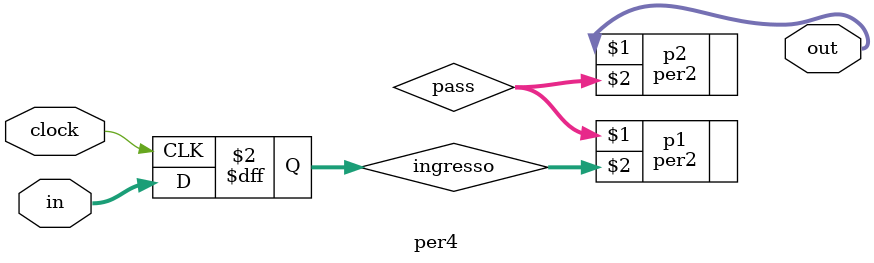
<source format=v>
module per4(output  [N-1:0]out, input [N-1:0]in, input clock);

   parameter N = 8;
   
   wire [N-1:0] pass;
   reg [N-1:0] 	ingresso;
   
   per2 p1(pass, ingresso);
   per2 p2(out, pass);

   always @(posedge clock)
     ingresso = in;
   
endmodule // per2

</source>
